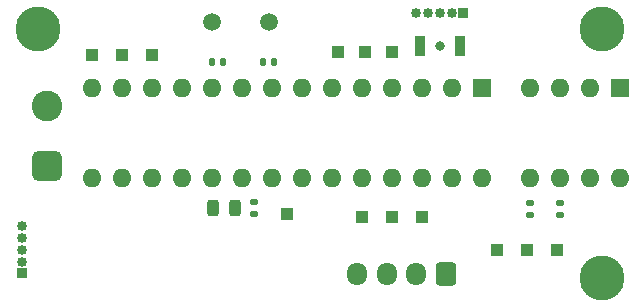
<source format=gbr>
%TF.GenerationSoftware,KiCad,Pcbnew,(6.0.8)*%
%TF.CreationDate,2023-02-17T12:02:06-05:00*%
%TF.ProjectId,Amicro_tst,416d6963-726f-45f7-9473-742e6b696361,rev?*%
%TF.SameCoordinates,Original*%
%TF.FileFunction,Soldermask,Top*%
%TF.FilePolarity,Negative*%
%FSLAX46Y46*%
G04 Gerber Fmt 4.6, Leading zero omitted, Abs format (unit mm)*
G04 Created by KiCad (PCBNEW (6.0.8)) date 2023-02-17 12:02:06*
%MOMM*%
%LPD*%
G01*
G04 APERTURE LIST*
G04 Aperture macros list*
%AMRoundRect*
0 Rectangle with rounded corners*
0 $1 Rounding radius*
0 $2 $3 $4 $5 $6 $7 $8 $9 X,Y pos of 4 corners*
0 Add a 4 corners polygon primitive as box body*
4,1,4,$2,$3,$4,$5,$6,$7,$8,$9,$2,$3,0*
0 Add four circle primitives for the rounded corners*
1,1,$1+$1,$2,$3*
1,1,$1+$1,$4,$5*
1,1,$1+$1,$6,$7*
1,1,$1+$1,$8,$9*
0 Add four rect primitives between the rounded corners*
20,1,$1+$1,$2,$3,$4,$5,0*
20,1,$1+$1,$4,$5,$6,$7,0*
20,1,$1+$1,$6,$7,$8,$9,0*
20,1,$1+$1,$8,$9,$2,$3,0*%
G04 Aperture macros list end*
%ADD10R,1.000000X1.000000*%
%ADD11RoundRect,0.140000X-0.140000X-0.170000X0.140000X-0.170000X0.140000X0.170000X-0.140000X0.170000X0*%
%ADD12C,3.800000*%
%ADD13RoundRect,0.135000X-0.185000X0.135000X-0.185000X-0.135000X0.185000X-0.135000X0.185000X0.135000X0*%
%ADD14R,1.600000X1.600000*%
%ADD15O,1.600000X1.600000*%
%ADD16R,0.850000X0.850000*%
%ADD17O,0.850000X0.850000*%
%ADD18RoundRect,0.250000X0.600000X0.725000X-0.600000X0.725000X-0.600000X-0.725000X0.600000X-0.725000X0*%
%ADD19O,1.700000X1.950000*%
%ADD20C,0.800000*%
%ADD21R,0.900000X1.700000*%
%ADD22C,1.500000*%
%ADD23RoundRect,0.650000X0.650000X-0.650000X0.650000X0.650000X-0.650000X0.650000X-0.650000X-0.650000X0*%
%ADD24C,2.600000*%
%ADD25RoundRect,0.243750X0.243750X0.456250X-0.243750X0.456250X-0.243750X-0.456250X0.243750X-0.456250X0*%
G04 APERTURE END LIST*
D10*
%TO.C,TP(14)*%
X113970000Y-106096000D03*
%TD*%
D11*
%TO.C,C4*%
X128476000Y-106731000D03*
X129436000Y-106731000D03*
%TD*%
D12*
%TO.C,2.2mm*%
X157150000Y-125019000D03*
%TD*%
D13*
%TO.C,R3*%
X151054000Y-118667000D03*
X151054000Y-119687000D03*
%TD*%
D10*
%TO.C,TP(6)*%
X134798000Y-105842000D03*
%TD*%
%TO.C,TP(26)*%
X141910000Y-119812000D03*
%TD*%
D14*
%TO.C,U2*%
X158664000Y-108900000D03*
D15*
X156124000Y-108900000D03*
X153584000Y-108900000D03*
X151044000Y-108900000D03*
X151044000Y-116520000D03*
X153584000Y-116520000D03*
X156124000Y-116520000D03*
X158664000Y-116520000D03*
%TD*%
D11*
%TO.C,C5*%
X124130000Y-106731000D03*
X125090000Y-106731000D03*
%TD*%
D12*
%TO.C,2.2mm*%
X157150000Y-103937000D03*
%TD*%
D16*
%TO.C,J3*%
X108092000Y-124606000D03*
D17*
X108092000Y-123606000D03*
X108092000Y-122606000D03*
X108092000Y-121606000D03*
X108092000Y-120606000D03*
%TD*%
D10*
%TO.C,TP(uc)*%
X148260000Y-122606000D03*
%TD*%
D18*
%TO.C,J1*%
X143942000Y-124638000D03*
D19*
X141442000Y-124638000D03*
X138942000Y-124638000D03*
X136442000Y-124638000D03*
%TD*%
D13*
%TO.C,R1*%
X127686000Y-118540000D03*
X127686000Y-119560000D03*
%TD*%
D10*
%TO.C,TP(uc)*%
X150800000Y-122606000D03*
%TD*%
%TO.C,TP(12)*%
X119050000Y-106096000D03*
%TD*%
%TO.C,TP(19)*%
X130480000Y-119558000D03*
%TD*%
D20*
%TO.C,SW1*%
X143434000Y-105334000D03*
D21*
X141734000Y-105334000D03*
X145134000Y-105334000D03*
%TD*%
D10*
%TO.C,TP(4)*%
X139370000Y-105842000D03*
%TD*%
%TO.C,TP(24)*%
X136830000Y-119812000D03*
%TD*%
%TO.C,TP(25)*%
X139370000Y-119812000D03*
%TD*%
%TO.C,TP(uc)*%
X153340000Y-122606000D03*
%TD*%
D22*
%TO.C,Y1*%
X124130000Y-103302000D03*
X129010000Y-103302000D03*
%TD*%
D23*
%TO.C,J4*%
X110160000Y-115494000D03*
D24*
X110160000Y-110414000D03*
%TD*%
D10*
%TO.C,TP(7)*%
X137084000Y-105842000D03*
%TD*%
D12*
%TO.C,2.2mm*%
X109398000Y-103937000D03*
%TD*%
D25*
%TO.C,D1*%
X126083500Y-119050000D03*
X124208500Y-119050000D03*
%TD*%
D13*
%TO.C,R4*%
X153594000Y-118667000D03*
X153594000Y-119687000D03*
%TD*%
D16*
%TO.C,J2*%
X145434000Y-102576000D03*
D17*
X144434000Y-102576000D03*
X143434000Y-102576000D03*
X142434000Y-102576000D03*
X141434000Y-102576000D03*
%TD*%
D14*
%TO.C,U1*%
X146990000Y-108890000D03*
D15*
X144450000Y-108890000D03*
X141910000Y-108890000D03*
X139370000Y-108890000D03*
X136830000Y-108890000D03*
X134290000Y-108890000D03*
X131750000Y-108890000D03*
X129210000Y-108890000D03*
X126670000Y-108890000D03*
X124130000Y-108890000D03*
X121590000Y-108890000D03*
X119050000Y-108890000D03*
X116510000Y-108890000D03*
X113970000Y-108890000D03*
X113970000Y-116510000D03*
X116510000Y-116510000D03*
X119050000Y-116510000D03*
X121590000Y-116510000D03*
X124130000Y-116510000D03*
X126670000Y-116510000D03*
X129210000Y-116510000D03*
X131750000Y-116510000D03*
X134290000Y-116510000D03*
X136830000Y-116510000D03*
X139370000Y-116510000D03*
X141910000Y-116510000D03*
X144450000Y-116510000D03*
X146990000Y-116510000D03*
%TD*%
D10*
%TO.C,TP(13)*%
X116510000Y-106096000D03*
%TD*%
M02*

</source>
